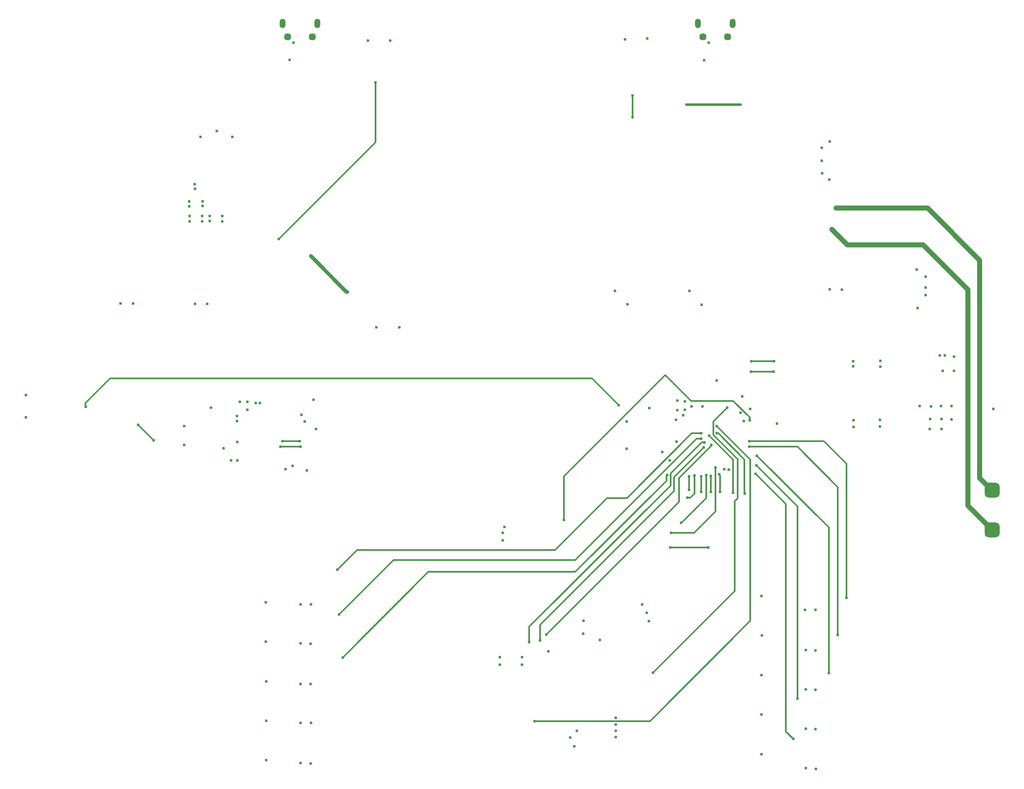
<source format=gbr>
%TF.GenerationSoftware,KiCad,Pcbnew,8.0.3*%
%TF.CreationDate,2024-06-21T22:14:07+02:00*%
%TF.ProjectId,Pilot,50696c6f-742e-46b6-9963-61645f706362,rev?*%
%TF.SameCoordinates,Original*%
%TF.FileFunction,Copper,L4,Bot*%
%TF.FilePolarity,Positive*%
%FSLAX46Y46*%
G04 Gerber Fmt 4.6, Leading zero omitted, Abs format (unit mm)*
G04 Created by KiCad (PCBNEW 8.0.3) date 2024-06-21 22:14:07*
%MOMM*%
%LPD*%
G01*
G04 APERTURE LIST*
G04 Aperture macros list*
%AMRoundRect*
0 Rectangle with rounded corners*
0 $1 Rounding radius*
0 $2 $3 $4 $5 $6 $7 $8 $9 X,Y pos of 4 corners*
0 Add a 4 corners polygon primitive as box body*
4,1,4,$2,$3,$4,$5,$6,$7,$8,$9,$2,$3,0*
0 Add four circle primitives for the rounded corners*
1,1,$1+$1,$2,$3*
1,1,$1+$1,$4,$5*
1,1,$1+$1,$6,$7*
1,1,$1+$1,$8,$9*
0 Add four rect primitives between the rounded corners*
20,1,$1+$1,$2,$3,$4,$5,0*
20,1,$1+$1,$4,$5,$6,$7,0*
20,1,$1+$1,$6,$7,$8,$9,0*
20,1,$1+$1,$8,$9,$2,$3,0*%
G04 Aperture macros list end*
%TA.AperFunction,ComponentPad*%
%ADD10O,1.200000X1.900000*%
%TD*%
%TA.AperFunction,ComponentPad*%
%ADD11C,1.450000*%
%TD*%
%TA.AperFunction,SMDPad,CuDef*%
%ADD12RoundRect,0.750000X0.750000X-0.750000X0.750000X0.750000X-0.750000X0.750000X-0.750000X-0.750000X0*%
%TD*%
%TA.AperFunction,ViaPad*%
%ADD13C,0.600000*%
%TD*%
%TA.AperFunction,Conductor*%
%ADD14C,1.000000*%
%TD*%
%TA.AperFunction,Conductor*%
%ADD15C,0.300000*%
%TD*%
%TA.AperFunction,Conductor*%
%ADD16C,0.750000*%
%TD*%
%TA.AperFunction,Conductor*%
%ADD17C,0.500000*%
%TD*%
G04 APERTURE END LIST*
D10*
%TO.P,J20,6,Shield*%
%TO.N,unconnected-(J20-Shield-Pad6)_2*%
X63500000Y-1562500D03*
D11*
%TO.N,unconnected-(J20-Shield-Pad6)_0*%
X62500000Y-4262500D03*
%TO.N,unconnected-(J20-Shield-Pad6)_5*%
X57500000Y-4262500D03*
D10*
%TO.N,unconnected-(J20-Shield-Pad6)_1*%
X56500000Y-1562500D03*
%TD*%
%TO.P,J14,6,Shield*%
%TO.N,unconnected-(J14-Shield-Pad6)_5*%
X147500000Y-1562500D03*
D11*
%TO.N,unconnected-(J14-Shield-Pad6)*%
X146500000Y-4262500D03*
%TO.N,unconnected-(J14-Shield-Pad6)_2*%
X141500000Y-4262500D03*
D10*
%TO.N,unconnected-(J14-Shield-Pad6)_1*%
X140500000Y-1562500D03*
%TD*%
D12*
%TO.P,J21,1,Pin_1*%
%TO.N,BAT-*%
X200000000Y-104000000D03*
%TO.P,J21,2,Pin_2*%
%TO.N,BAT+*%
X200000000Y-96000000D03*
%TD*%
D13*
%TO.N,GND*%
X200300000Y-79550000D03*
%TO.N,BAT-*%
X167600000Y-43250000D03*
%TO.N,BAT+*%
X168450000Y-38900000D03*
%TO.N,GND*%
X192300000Y-71825000D03*
X58700000Y-5500000D03*
X100425000Y-129750000D03*
X41725000Y-40525000D03*
X57925000Y-8975000D03*
X4600000Y-81250000D03*
X164275000Y-120175000D03*
X36575000Y-86800000D03*
X123925000Y-144625000D03*
X141450000Y-79000000D03*
X126050000Y-87625000D03*
X62200000Y-151225000D03*
X171875000Y-70925000D03*
X44575000Y-87475000D03*
X164300000Y-144325000D03*
X125750000Y-4775000D03*
X62225000Y-119100000D03*
X126050000Y-82100000D03*
X47350000Y-86250000D03*
X171950000Y-81850000D03*
X177275000Y-83075000D03*
X57075000Y-91775000D03*
X186525000Y-54975000D03*
X177375000Y-69800000D03*
X129225000Y-119100000D03*
X62200000Y-127025000D03*
X44300000Y-41600000D03*
X138750000Y-55700000D03*
X123925000Y-143350000D03*
X130625000Y-79350000D03*
X38775000Y-58275000D03*
X137550000Y-80850000D03*
X38800000Y-35000000D03*
X164300000Y-136350000D03*
X47825000Y-78100000D03*
X167100000Y-33125000D03*
X40275000Y-41625000D03*
X62225000Y-143075000D03*
X136150000Y-86125000D03*
X44300000Y-40550000D03*
X41725000Y-41575000D03*
X104950000Y-129750000D03*
X37725000Y-41600000D03*
X115500000Y-147800000D03*
X75450000Y-63000000D03*
X37675000Y-40525000D03*
X62200000Y-135150000D03*
X133275000Y-88250000D03*
X23750000Y-58250000D03*
X136325000Y-77875000D03*
X47300000Y-81025000D03*
X164300000Y-128425000D03*
X80150000Y-63000000D03*
X165650000Y-31875000D03*
X123750000Y-55675000D03*
X186575000Y-56525000D03*
X177300000Y-81775000D03*
X192300000Y-68950000D03*
X171950000Y-83225000D03*
X51950000Y-78325000D03*
X141750000Y-9050000D03*
X116000000Y-144625000D03*
X142675000Y-5500000D03*
X123925000Y-142050000D03*
X145825000Y-91750000D03*
X164400000Y-152325000D03*
X73800000Y-5075000D03*
X42000000Y-79325000D03*
X184900000Y-59175000D03*
X36575000Y-83000000D03*
X171900000Y-69900000D03*
X167125000Y-25425000D03*
X60950000Y-82100000D03*
X186525000Y-52800000D03*
X149825000Y-81975000D03*
X40275000Y-40550000D03*
X101025000Y-104625000D03*
X136325000Y-79775000D03*
X123925000Y-145900000D03*
X184725000Y-51350000D03*
X165550000Y-26750000D03*
X120675000Y-126275000D03*
X177375000Y-70975000D03*
X165550000Y-29300000D03*
X167150000Y-55375000D03*
%TO.N,+3.3V*%
X185350000Y-78925000D03*
X153350000Y-117375000D03*
X191775000Y-78925000D03*
X60100000Y-135150000D03*
X38725000Y-34050000D03*
X49375000Y-79750000D03*
X61400000Y-91975000D03*
X153350000Y-149375000D03*
X51100000Y-78350000D03*
X117375000Y-122400000D03*
X189725000Y-81600000D03*
X53175000Y-142625000D03*
X101375000Y-103400000D03*
X49400000Y-78100000D03*
X40325000Y-38450000D03*
X130575000Y-122475000D03*
X46100000Y-90000000D03*
X162300000Y-144250000D03*
X100450000Y-131250000D03*
X190000000Y-71850000D03*
X117325000Y-125025000D03*
X130125000Y-120775000D03*
X4575000Y-76750000D03*
X151075000Y-79575000D03*
X149100000Y-80325000D03*
X137875000Y-79750000D03*
X47350000Y-89975000D03*
X189650000Y-78925000D03*
X162200000Y-120225000D03*
X190475000Y-68700000D03*
X189450000Y-68700000D03*
X60100000Y-143075000D03*
X146775000Y-91825000D03*
X162300000Y-128350000D03*
X162300000Y-136275000D03*
X58500000Y-91100000D03*
X156500000Y-82525000D03*
X53125000Y-126625000D03*
X46325000Y-24525000D03*
X39900000Y-24525000D03*
X149475000Y-77000000D03*
X134800000Y-90000000D03*
X101000000Y-106175000D03*
X37625000Y-38550000D03*
X60100000Y-151200000D03*
X47275000Y-81975000D03*
X187350000Y-83600000D03*
X189725000Y-83575000D03*
X169650000Y-55400000D03*
X40300000Y-37525000D03*
X153325000Y-141375000D03*
X60100000Y-119050000D03*
X37625000Y-37550000D03*
X60100000Y-127000000D03*
X137875000Y-78000000D03*
X141250000Y-58475000D03*
X43175000Y-23350000D03*
X62800000Y-77650000D03*
X53175000Y-134625000D03*
X114700000Y-146000000D03*
X136050000Y-81750000D03*
X63300000Y-83575000D03*
X153450000Y-125375000D03*
X162300000Y-152225000D03*
X53125000Y-118625000D03*
X78250000Y-5000000D03*
X41250000Y-58275000D03*
X153375000Y-133400000D03*
X126250000Y-58400000D03*
X53175000Y-150625000D03*
X139200000Y-79000000D03*
X110225000Y-128575000D03*
X26250000Y-58250000D03*
X130250000Y-4600000D03*
X187625000Y-79050000D03*
X144300000Y-73775000D03*
X191750000Y-81675000D03*
X104925000Y-131250000D03*
X187500000Y-81575000D03*
X60325000Y-80725000D03*
%TO.N,ON_BUTTON*%
X113400000Y-102000000D03*
X150975000Y-81875000D03*
%TO.N,MENU_BUTTON*%
X67600000Y-112100000D03*
X141200000Y-84500000D03*
%TO.N,PAGE_UP_BUTTON*%
X134300000Y-92900000D03*
X68700000Y-129800000D03*
%TO.N,PAGE_DOWN_BUTTON*%
X138700000Y-93200000D03*
X138700000Y-95850000D03*
%TO.N,BACK_BUTTON*%
X139800000Y-93000000D03*
X138400000Y-97500000D03*
%TO.N,HOME_BUTTON*%
X67900000Y-121100000D03*
X141200000Y-85600000D03*
%TO.N,UP_BUTTON*%
X150900000Y-86100000D03*
X170525000Y-117700000D03*
%TO.N,RIGHT_BUTTON*%
X152300000Y-91000000D03*
X160600000Y-138100000D03*
%TO.N,LEFT_BUTTON*%
X150900000Y-87200000D03*
X168775000Y-125275000D03*
%TO.N,DOWN_BUTTON*%
X159800000Y-146300000D03*
X152200000Y-92700000D03*
%TO.N,OK_BUTTON*%
X152400000Y-89000000D03*
X166975000Y-133000000D03*
%TO.N,+5V*%
X62200000Y-48600000D03*
X69500000Y-55800000D03*
%TO.N,USB2_5V*%
X149100000Y-18000000D03*
X138200000Y-18000000D03*
%TO.N,BATTERY_SDA*%
X155900000Y-69900000D03*
X151309817Y-69909817D03*
X142800000Y-85000000D03*
X147575000Y-96500000D03*
%TO.N,TOUCHSCREEN_INT*%
X146400000Y-79300000D03*
X131400000Y-132925000D03*
%TO.N,BATTERY_SCL*%
X144300000Y-84500000D03*
X155800000Y-72000000D03*
X151246880Y-72000000D03*
X149925000Y-96650000D03*
%TO.N,TOUCHSCREEN_RESET*%
X144300000Y-83000000D03*
X107500000Y-142700000D03*
%TO.N,LCD_RESET*%
X106400000Y-126700000D03*
X141800000Y-86300000D03*
%TO.N,LCD_DC*%
X109800000Y-125200000D03*
X143200000Y-86800000D03*
%TO.N,LCD_CS*%
X108600000Y-126400000D03*
X141700000Y-87300000D03*
%TO.N,LCD_LED*%
X135100000Y-104600000D03*
X144000000Y-91400000D03*
%TO.N,SPI1_MOSI*%
X143100000Y-93100000D03*
X143100000Y-96300000D03*
%TO.N,SPI1_SCK*%
X141200000Y-96300000D03*
X141200000Y-93200000D03*
%TO.N,LEFT_GIMBAL_V*%
X30400000Y-85900000D03*
X27300000Y-82800000D03*
%TO.N,RIGHT_GIMBAL_H*%
X60100000Y-87200000D03*
X56100000Y-87200000D03*
%TO.N,RIGHT_GIMBAL_V*%
X56500000Y-86100000D03*
X60000000Y-86100000D03*
%TO.N,Net-(SW1-B)*%
X127300000Y-20500000D03*
X127250000Y-16150000D03*
%TO.N,Net-(SW2-B)*%
X124500000Y-78800000D03*
X16700000Y-79100000D03*
%TO.N,FLASH_CS*%
X145000000Y-96300000D03*
X134900000Y-107600000D03*
X142600000Y-107600000D03*
X144775000Y-92775000D03*
%TO.N,Net-(SW3-B)*%
X75300000Y-13500000D03*
X55700000Y-45200000D03*
%TO.N,SPI1_MISO*%
X142200000Y-92900000D03*
X137100000Y-102600000D03*
%TD*%
D14*
%TO.N,BAT-*%
X195100000Y-99100000D02*
X200000000Y-104000000D01*
X186050000Y-46400000D02*
X195100000Y-55450000D01*
X170750000Y-46400000D02*
X186050000Y-46400000D01*
X167600000Y-43250000D02*
X170750000Y-46400000D01*
X195100000Y-55450000D02*
X195100000Y-99100000D01*
%TO.N,BAT+*%
X186950000Y-38900000D02*
X168450000Y-38900000D01*
X197500000Y-49450000D02*
X186950000Y-38900000D01*
X200000000Y-96000000D02*
X197500000Y-93500000D01*
X197500000Y-93500000D02*
X197500000Y-49450000D01*
D15*
%TO.N,ON_BUTTON*%
X150975000Y-81280761D02*
X147594239Y-77900000D01*
X150975000Y-81875000D02*
X150975000Y-81280761D01*
X139100000Y-77900000D02*
X133900000Y-72700000D01*
X133900000Y-72700000D02*
X113400000Y-93200000D01*
X113400000Y-93200000D02*
X113400000Y-102000000D01*
X147594239Y-77900000D02*
X139100000Y-77900000D01*
%TO.N,MENU_BUTTON*%
X71600000Y-108100000D02*
X67600000Y-112100000D01*
X139225000Y-84500000D02*
X126150000Y-97575000D01*
X141200000Y-84500000D02*
X139225000Y-84500000D01*
X122125000Y-97575000D02*
X111600000Y-108100000D01*
X126150000Y-97575000D02*
X122125000Y-97575000D01*
X111600000Y-108100000D02*
X71600000Y-108100000D01*
%TO.N,PAGE_UP_BUTTON*%
X134100000Y-93100000D02*
X134100000Y-94100000D01*
X86000000Y-112500000D02*
X68700000Y-129800000D01*
X134100000Y-94100000D02*
X115700000Y-112500000D01*
X115700000Y-112500000D02*
X86000000Y-112500000D01*
X134300000Y-92900000D02*
X134100000Y-93100000D01*
%TO.N,PAGE_DOWN_BUTTON*%
X138700000Y-95850000D02*
X138700000Y-93200000D01*
%TO.N,BACK_BUTTON*%
X139800000Y-93000000D02*
X139800000Y-96675000D01*
X138975000Y-97500000D02*
X138400000Y-97500000D01*
X139800000Y-96675000D02*
X138975000Y-97500000D01*
%TO.N,HOME_BUTTON*%
X78900000Y-110100000D02*
X67900000Y-121100000D01*
X141200000Y-85600000D02*
X140200000Y-85600000D01*
X115700000Y-110100000D02*
X78900000Y-110100000D01*
X140200000Y-85600000D02*
X115700000Y-110100000D01*
%TO.N,UP_BUTTON*%
X170525000Y-90650000D02*
X165975000Y-86100000D01*
X170525000Y-117700000D02*
X170525000Y-90650000D01*
X165975000Y-86100000D02*
X150900000Y-86100000D01*
%TO.N,RIGHT_BUTTON*%
X160600000Y-99300000D02*
X160600000Y-138100000D01*
X152300000Y-91000000D02*
X160600000Y-99300000D01*
%TO.N,LEFT_BUTTON*%
X160600000Y-87200000D02*
X150900000Y-87200000D01*
X168775000Y-95375000D02*
X160600000Y-87200000D01*
X168775000Y-125275000D02*
X168775000Y-95375000D01*
%TO.N,DOWN_BUTTON*%
X158300000Y-144800000D02*
X159800000Y-146300000D01*
X158300000Y-98800000D02*
X158300000Y-144800000D01*
X152200000Y-92700000D02*
X158300000Y-98800000D01*
%TO.N,OK_BUTTON*%
X166950000Y-132975000D02*
X166975000Y-133000000D01*
X152400000Y-89000000D02*
X166950000Y-103550000D01*
X166950000Y-103550000D02*
X166950000Y-132975000D01*
D16*
%TO.N,+5V*%
X62200000Y-48600000D02*
X69400000Y-55800000D01*
X69400000Y-55800000D02*
X69500000Y-55800000D01*
D17*
%TO.N,USB2_5V*%
X138200000Y-18000000D02*
X149100000Y-18000000D01*
D15*
%TO.N,BATTERY_SDA*%
X155900000Y-69900000D02*
X151319634Y-69900000D01*
X151319634Y-69900000D02*
X151309817Y-69909817D01*
X147575000Y-96500000D02*
X147575000Y-89775000D01*
X147575000Y-89775000D02*
X142800000Y-85000000D01*
%TO.N,TOUCHSCREEN_INT*%
X143650000Y-84769239D02*
X143650000Y-82050000D01*
X148550000Y-97625000D02*
X148550000Y-89669239D01*
X147975000Y-116350000D02*
X147975000Y-98200000D01*
X148550000Y-89669239D02*
X143650000Y-84769239D01*
X143650000Y-82050000D02*
X146400000Y-79300000D01*
X131400000Y-132925000D02*
X147975000Y-116350000D01*
X147975000Y-98200000D02*
X148550000Y-97625000D01*
%TO.N,BATTERY_SCL*%
X144600000Y-84500000D02*
X144300000Y-84500000D01*
X149925000Y-96650000D02*
X149900000Y-96625000D01*
X149900000Y-89800000D02*
X144600000Y-84500000D01*
X149900000Y-96625000D02*
X149900000Y-89800000D01*
X155800000Y-72000000D02*
X151246880Y-72000000D01*
%TO.N,TOUCHSCREEN_RESET*%
X130800000Y-142700000D02*
X151100000Y-122400000D01*
X151100000Y-89800000D02*
X144300000Y-83000000D01*
X107500000Y-142700000D02*
X130800000Y-142700000D01*
X151100000Y-122400000D02*
X151100000Y-89800000D01*
%TO.N,LCD_RESET*%
X134950000Y-92625000D02*
X134950000Y-95050000D01*
X141275000Y-86300000D02*
X134950000Y-92625000D01*
X134950000Y-95050000D02*
X106400000Y-123600000D01*
X106400000Y-123600000D02*
X106400000Y-126700000D01*
X141800000Y-86300000D02*
X141275000Y-86300000D01*
%TO.N,LCD_DC*%
X136675000Y-93525000D02*
X136675000Y-98325000D01*
X136675000Y-98325000D02*
X109800000Y-125200000D01*
X143200000Y-86800000D02*
X143200000Y-87000000D01*
X143200000Y-87000000D02*
X136675000Y-93525000D01*
%TO.N,LCD_CS*%
X108600000Y-126400000D02*
X108600000Y-123200000D01*
X135675000Y-96125000D02*
X135675000Y-93325000D01*
X108600000Y-123200000D02*
X135675000Y-96125000D01*
X135675000Y-93325000D02*
X141700000Y-87300000D01*
%TO.N,LCD_LED*%
X139700000Y-104600000D02*
X135100000Y-104600000D01*
X144000000Y-91400000D02*
X144000000Y-100300000D01*
X144000000Y-100300000D02*
X139700000Y-104600000D01*
%TO.N,SPI1_MOSI*%
X143100000Y-93100000D02*
X143100000Y-96300000D01*
%TO.N,SPI1_SCK*%
X141200000Y-93200000D02*
X141200000Y-96300000D01*
%TO.N,LEFT_GIMBAL_V*%
X30400000Y-85900000D02*
X27300000Y-82800000D01*
%TO.N,RIGHT_GIMBAL_H*%
X60100000Y-87200000D02*
X56100000Y-87200000D01*
%TO.N,RIGHT_GIMBAL_V*%
X56500000Y-86100000D02*
X60000000Y-86100000D01*
%TO.N,Net-(SW1-B)*%
X127300000Y-16200000D02*
X127250000Y-16150000D01*
X127300000Y-20500000D02*
X127300000Y-16200000D01*
%TO.N,Net-(SW2-B)*%
X119100000Y-73400000D02*
X119000000Y-73400000D01*
X21600000Y-73400000D02*
X16600000Y-78400000D01*
X16600000Y-78400000D02*
X16600000Y-79000000D01*
X16600000Y-79000000D02*
X16700000Y-79100000D01*
X124500000Y-78800000D02*
X119100000Y-73400000D01*
X119000000Y-73400000D02*
X21600000Y-73400000D01*
%TO.N,FLASH_CS*%
X144775000Y-92775000D02*
X145000000Y-93000000D01*
X145000000Y-93000000D02*
X145000000Y-96300000D01*
X134900000Y-107600000D02*
X142600000Y-107600000D01*
%TO.N,Net-(SW3-B)*%
X55700000Y-45200000D02*
X75300000Y-25600000D01*
X75300000Y-25600000D02*
X75300000Y-13500000D01*
%TO.N,SPI1_MISO*%
X137100000Y-102600000D02*
X137200000Y-102600000D01*
X137200000Y-102600000D02*
X142200000Y-97600000D01*
X142200000Y-97600000D02*
X142200000Y-92900000D01*
%TD*%
M02*

</source>
